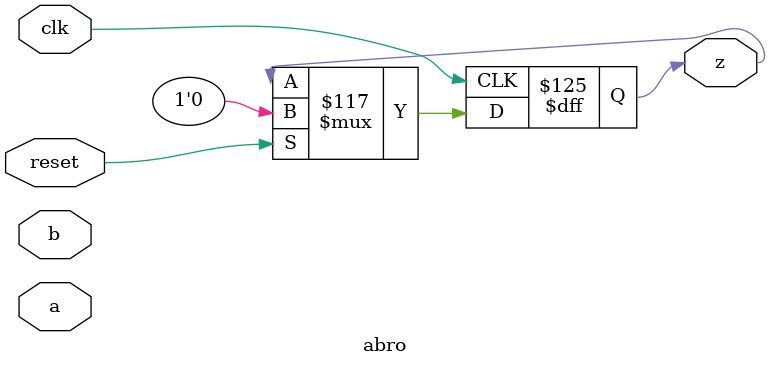
<source format=v>
module abro(
input clk,
input reset,
input a,
input b,
output z );
parameter IDLE = 0,
SA = 1,
SB = 2,
SAB = 3;
reg [1:0] cur_state,next_state;
// The output z is high when 1 is received for signals a and b in any order.
// If cur_state is IDLE and a and b are both high, state changes to SAB
// If cur_state is IDLE, and a is high, state changes to SA
// If cur_state is IDLE, and b is high, state changes to SB
// If cur_state is SA, and b is high, state changes to SAB
// If cur_state is SB, and a is high, state changes to SAB
// If cur_state is SAB, state changes to IDLE
// z is assigned one when cur_state is SAB
always @(posedge clk)
begin
    if(reset == 1)
    begin
        cur_state = IDLE;
        next_state = IDLE;
        z = 0;
    end
    else if(cur_state == IDLE)
    begin
        if (a == 1 && b == 1)
        begin
            next_state = SAB;
            cur_state = SAB;
        end
        else if(a == 1)
        begin
            next_state = SA;
            cur_state = SA;
        end
        else if(b == 1)
        begin
            next_state = SB;
            cur_state = SB;
        end
    end
    else if(cur_state == SA)
    begin
        if(b == 1)
        begin
            next_state = SAB;
            end
end
end
endmodule

</source>
